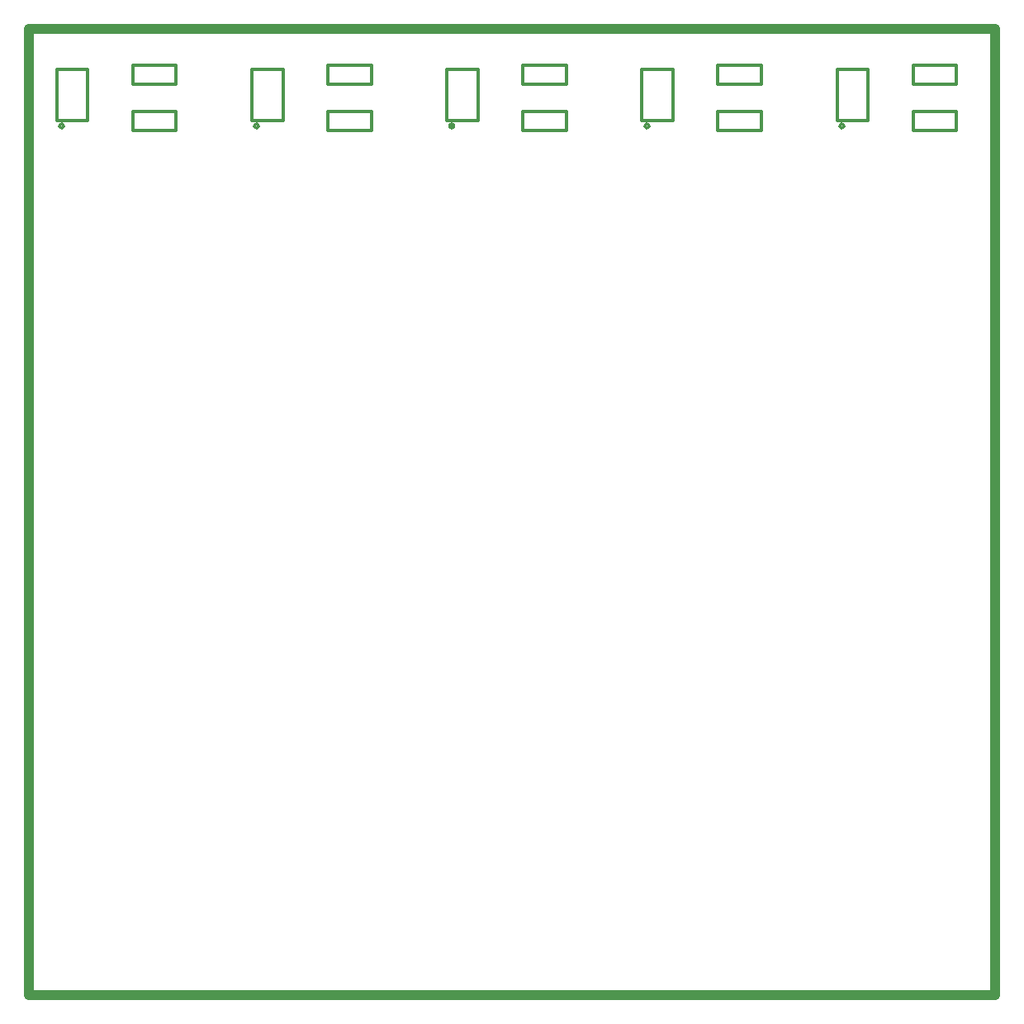
<source format=gbo>
%FSLAX24Y24*%
%MOIN*%
%ADD10C,0.0139*%
%ADD11C,0.0394*%
D10*
G01X2564Y37540D02*
X1304Y37540D01*
X2564Y35493D02*
X1304Y35493D01*
X1304Y37540D01*
X2564Y35493D02*
X2564Y37540D01*
X1445Y35313D02*
X1501Y35336D01*
X1557Y35313D01*
X1580Y35257D01*
X1557Y35201D01*
X1501Y35178D01*
X1445Y35201D01*
X1422Y35257D01*
X1445Y35313D01*
X6125Y36958D02*
X6125Y37708D01*
X6125Y36958D02*
X4375Y36958D01*
X6125Y37708D02*
X4375Y37708D01*
X4375Y36958D02*
X4375Y37708D01*
X6125Y35083D02*
X6125Y35833D01*
X6125Y35083D02*
X4375Y35083D01*
X6125Y35833D02*
X4375Y35833D01*
X4375Y35083D02*
X4375Y35833D01*
X10438Y37540D02*
X9178Y37540D01*
X10438Y35493D02*
X9178Y35493D01*
X9178Y37540D01*
X10438Y35493D02*
X10438Y37540D01*
X9319Y35313D02*
X9375Y35336D01*
X9431Y35313D01*
X9454Y35257D01*
X9431Y35201D01*
X9375Y35178D01*
X9319Y35201D01*
X9296Y35257D01*
X9319Y35313D01*
X13999Y36958D02*
X13999Y37708D01*
X13999Y36958D02*
X12249Y36958D01*
X13999Y37708D02*
X12249Y37708D01*
X12249Y36958D02*
X12249Y37708D01*
X13999Y35083D02*
X13999Y35833D01*
X13999Y35083D02*
X12249Y35083D01*
X13999Y35833D02*
X12249Y35833D01*
X12249Y35083D02*
X12249Y35833D01*
X18312Y37540D02*
X17052Y37540D01*
X18312Y35493D02*
X17052Y35493D01*
X17052Y37540D01*
X18312Y35493D02*
X18312Y37540D01*
X17193Y35313D02*
X17249Y35336D01*
X17305Y35313D01*
X17328Y35257D01*
X17305Y35201D01*
X17249Y35178D01*
X17193Y35201D01*
X17170Y35257D01*
X17193Y35313D01*
X21873Y36958D02*
X21873Y37708D01*
X21873Y36958D02*
X20123Y36958D01*
X21873Y37708D02*
X20123Y37708D01*
X20123Y36958D02*
X20123Y37708D01*
X21873Y35083D02*
X21873Y35833D01*
X21873Y35083D02*
X20123Y35083D01*
X21873Y35833D02*
X20123Y35833D01*
X20123Y35083D02*
X20123Y35833D01*
X26186Y37540D02*
X24926Y37540D01*
X26186Y35493D02*
X24926Y35493D01*
X24926Y37540D01*
X26186Y35493D02*
X26186Y37540D01*
X25067Y35313D02*
X25123Y35336D01*
X25179Y35313D01*
X25202Y35257D01*
X25179Y35201D01*
X25123Y35178D01*
X25067Y35201D01*
X25044Y35257D01*
X25067Y35313D01*
X29747Y36958D02*
X29747Y37708D01*
X29747Y36958D02*
X27997Y36958D01*
X29747Y37708D02*
X27997Y37708D01*
X27997Y36958D02*
X27997Y37708D01*
X29747Y35083D02*
X29747Y35833D01*
X29747Y35083D02*
X27997Y35083D01*
X29747Y35833D02*
X27997Y35833D01*
X27997Y35083D02*
X27997Y35833D01*
X34060Y37540D02*
X32800Y37540D01*
X34060Y35493D02*
X32800Y35493D01*
X32800Y37540D01*
X34060Y35493D02*
X34060Y37540D01*
X32941Y35313D02*
X32997Y35336D01*
X33053Y35313D01*
X33076Y35257D01*
X33053Y35201D01*
X32997Y35178D01*
X32941Y35201D01*
X32918Y35257D01*
X32941Y35313D01*
X37621Y36958D02*
X37621Y37708D01*
X37621Y36958D02*
X35871Y36958D01*
X37621Y37708D02*
X35871Y37708D01*
X35871Y36958D02*
X35871Y37708D01*
X37621Y35083D02*
X37621Y35833D01*
X37621Y35083D02*
X35871Y35083D01*
X37621Y35833D02*
X35871Y35833D01*
X35871Y35083D02*
X35871Y35833D01*
D11*
G01X197Y197D02*
X197Y39173D01*
X39173Y39173D01*
X39173Y197D01*
X197Y197D01*
M02*

</source>
